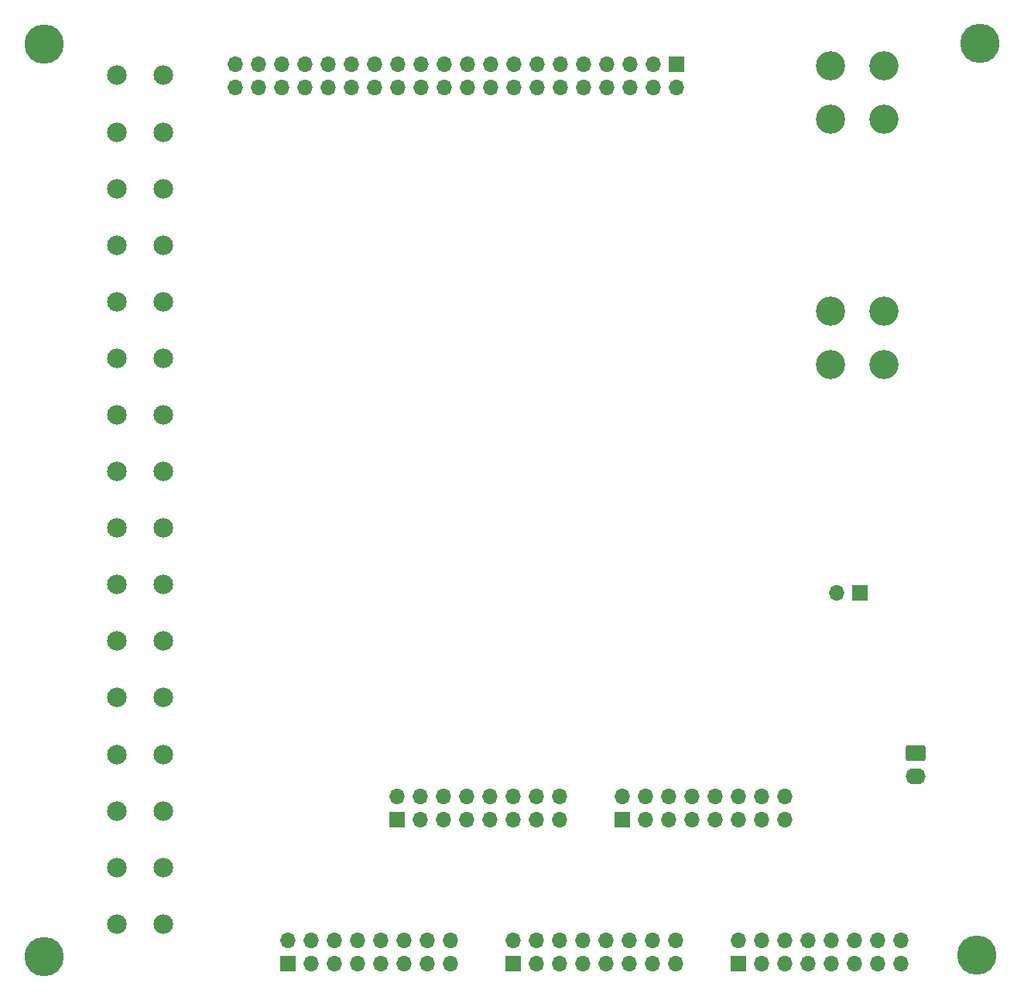
<source format=gbr>
%TF.GenerationSoftware,KiCad,Pcbnew,7.0.10*%
%TF.CreationDate,2024-05-01T16:26:36-07:00*%
%TF.ProjectId,control,636f6e74-726f-46c2-9e6b-696361645f70,B*%
%TF.SameCoordinates,Original*%
%TF.FileFunction,Soldermask,Bot*%
%TF.FilePolarity,Negative*%
%FSLAX46Y46*%
G04 Gerber Fmt 4.6, Leading zero omitted, Abs format (unit mm)*
G04 Created by KiCad (PCBNEW 7.0.10) date 2024-05-01 16:26:36*
%MOMM*%
%LPD*%
G01*
G04 APERTURE LIST*
G04 Aperture macros list*
%AMRoundRect*
0 Rectangle with rounded corners*
0 $1 Rounding radius*
0 $2 $3 $4 $5 $6 $7 $8 $9 X,Y pos of 4 corners*
0 Add a 4 corners polygon primitive as box body*
4,1,4,$2,$3,$4,$5,$6,$7,$8,$9,$2,$3,0*
0 Add four circle primitives for the rounded corners*
1,1,$1+$1,$2,$3*
1,1,$1+$1,$4,$5*
1,1,$1+$1,$6,$7*
1,1,$1+$1,$8,$9*
0 Add four rect primitives between the rounded corners*
20,1,$1+$1,$2,$3,$4,$5,0*
20,1,$1+$1,$4,$5,$6,$7,0*
20,1,$1+$1,$6,$7,$8,$9,0*
20,1,$1+$1,$8,$9,$2,$3,0*%
G04 Aperture macros list end*
%ADD10C,2.145000*%
%ADD11C,4.300000*%
%ADD12R,1.700000X1.700000*%
%ADD13O,1.700000X1.700000*%
%ADD14C,3.200000*%
%ADD15RoundRect,0.250000X-0.845000X0.620000X-0.845000X-0.620000X0.845000X-0.620000X0.845000X0.620000X0*%
%ADD16O,2.190000X1.740000*%
G04 APERTURE END LIST*
D10*
%TO.C,J27*%
X83693000Y-94002800D03*
X88773000Y-94002800D03*
%TD*%
%TO.C,J26*%
X83693000Y-87814400D03*
X88773000Y-87814400D03*
%TD*%
%TO.C,J25*%
X83693000Y-81626000D03*
X88773000Y-81626000D03*
%TD*%
%TO.C,J24*%
X83693000Y-75437600D03*
X88773000Y-75437600D03*
%TD*%
%TO.C,J23*%
X83693000Y-69249200D03*
X88773000Y-69249200D03*
%TD*%
%TO.C,J22*%
X83693000Y-63060800D03*
X88773000Y-63060800D03*
%TD*%
%TO.C,J21*%
X83693000Y-56872400D03*
X88773000Y-56872400D03*
%TD*%
%TO.C,J20*%
X83693000Y-50684000D03*
X88773000Y-50684000D03*
%TD*%
%TO.C,J19*%
X83693000Y-143510000D03*
X88773000Y-143510000D03*
%TD*%
%TO.C,J18*%
X83693000Y-137321600D03*
X88773000Y-137321600D03*
%TD*%
%TO.C,J17*%
X83693000Y-131133200D03*
X88773000Y-131133200D03*
%TD*%
%TO.C,J16*%
X83693000Y-124944800D03*
X88773000Y-124944800D03*
%TD*%
%TO.C,J15*%
X83693000Y-118756400D03*
X88773000Y-118756400D03*
%TD*%
%TO.C,J14*%
X83693000Y-112568000D03*
X88773000Y-112568000D03*
%TD*%
%TO.C,J13*%
X83693000Y-106379600D03*
X88773000Y-106379600D03*
%TD*%
%TO.C,J12*%
X83693000Y-100191200D03*
X88773000Y-100191200D03*
%TD*%
D11*
%TO.C,MH2*%
X178054000Y-47193200D03*
%TD*%
%TO.C,MH4*%
X177749200Y-146913600D03*
%TD*%
D12*
%TO.C,JP1*%
X164901800Y-107289600D03*
D13*
X162361800Y-107289600D03*
%TD*%
D14*
%TO.C,J2*%
X167566400Y-76466600D03*
X161696400Y-76466600D03*
X167566400Y-82336600D03*
X161696400Y-82336600D03*
%TD*%
D11*
%TO.C,MH1*%
X75692000Y-47244000D03*
%TD*%
D15*
%TO.C,J28*%
X171074400Y-124815600D03*
D16*
X171074400Y-127355600D03*
%TD*%
D14*
%TO.C,J1*%
X167566400Y-49631600D03*
X161696400Y-49631600D03*
X167566400Y-55501600D03*
X161696400Y-55501600D03*
%TD*%
D12*
%TO.C,J5*%
X151638000Y-147828000D03*
D13*
X151638000Y-145288000D03*
X154178000Y-147828000D03*
X154178000Y-145288000D03*
X156718000Y-147828000D03*
X156718000Y-145288000D03*
X159258000Y-147828000D03*
X159258000Y-145288000D03*
X161798000Y-147828000D03*
X161798000Y-145288000D03*
X164338000Y-147828000D03*
X164338000Y-145288000D03*
X166878000Y-147828000D03*
X166878000Y-145288000D03*
X169418000Y-147828000D03*
X169418000Y-145288000D03*
%TD*%
D12*
%TO.C,J4*%
X127000000Y-147828000D03*
D13*
X127000000Y-145288000D03*
X129540000Y-147828000D03*
X129540000Y-145288000D03*
X132080000Y-147828000D03*
X132080000Y-145288000D03*
X134620000Y-147828000D03*
X134620000Y-145288000D03*
X137160000Y-147828000D03*
X137160000Y-145288000D03*
X139700000Y-147828000D03*
X139700000Y-145288000D03*
X142240000Y-147828000D03*
X142240000Y-145288000D03*
X144780000Y-147828000D03*
X144780000Y-145288000D03*
%TD*%
D12*
%TO.C,J10*%
X144900000Y-49460000D03*
D13*
X144900000Y-52000000D03*
X142360000Y-49460000D03*
X142360000Y-52000000D03*
X139820000Y-49460000D03*
X139820000Y-52000000D03*
X137280000Y-49460000D03*
X137280000Y-52000000D03*
X134740000Y-49460000D03*
X134740000Y-52000000D03*
X132200000Y-49460000D03*
X132200000Y-52000000D03*
X129660000Y-49460000D03*
X129660000Y-52000000D03*
X127120000Y-49460000D03*
X127120000Y-52000000D03*
X124580000Y-49460000D03*
X124580000Y-52000000D03*
X122040000Y-49460000D03*
X122040000Y-52000000D03*
X119500000Y-49460000D03*
X119500000Y-52000000D03*
X116960000Y-49460000D03*
X116960000Y-52000000D03*
X114420000Y-49460000D03*
X114420000Y-52000000D03*
X111880000Y-49460000D03*
X111880000Y-52000000D03*
X109340000Y-49460000D03*
X109340000Y-52000000D03*
X106800000Y-49460000D03*
X106800000Y-52000000D03*
X104260000Y-49460000D03*
X104260000Y-52000000D03*
X101720000Y-49460000D03*
X101720000Y-52000000D03*
X99180000Y-49460000D03*
X99180000Y-52000000D03*
X96640000Y-49460000D03*
X96640000Y-52000000D03*
%TD*%
D12*
%TO.C,J3*%
X102362000Y-147828000D03*
D13*
X102362000Y-145288000D03*
X104902000Y-147828000D03*
X104902000Y-145288000D03*
X107442000Y-147828000D03*
X107442000Y-145288000D03*
X109982000Y-147828000D03*
X109982000Y-145288000D03*
X112522000Y-147828000D03*
X112522000Y-145288000D03*
X115062000Y-147828000D03*
X115062000Y-145288000D03*
X117602000Y-147828000D03*
X117602000Y-145288000D03*
X120142000Y-147828000D03*
X120142000Y-145288000D03*
%TD*%
D11*
%TO.C,MH3*%
X75692000Y-147066000D03*
%TD*%
D12*
%TO.C,J7*%
X138938000Y-132080000D03*
D13*
X138938000Y-129540000D03*
X141478000Y-132080000D03*
X141478000Y-129540000D03*
X144018000Y-132080000D03*
X144018000Y-129540000D03*
X146558000Y-132080000D03*
X146558000Y-129540000D03*
X149098000Y-132080000D03*
X149098000Y-129540000D03*
X151638000Y-132080000D03*
X151638000Y-129540000D03*
X154178000Y-132080000D03*
X154178000Y-129540000D03*
X156718000Y-132080000D03*
X156718000Y-129540000D03*
%TD*%
D12*
%TO.C,J6*%
X114300000Y-132096000D03*
D13*
X114300000Y-129556000D03*
X116840000Y-132096000D03*
X116840000Y-129556000D03*
X119380000Y-132096000D03*
X119380000Y-129556000D03*
X121920000Y-132096000D03*
X121920000Y-129556000D03*
X124460000Y-132096000D03*
X124460000Y-129556000D03*
X127000000Y-132096000D03*
X127000000Y-129556000D03*
X129540000Y-132096000D03*
X129540000Y-129556000D03*
X132080000Y-132096000D03*
X132080000Y-129556000D03*
%TD*%
M02*

</source>
